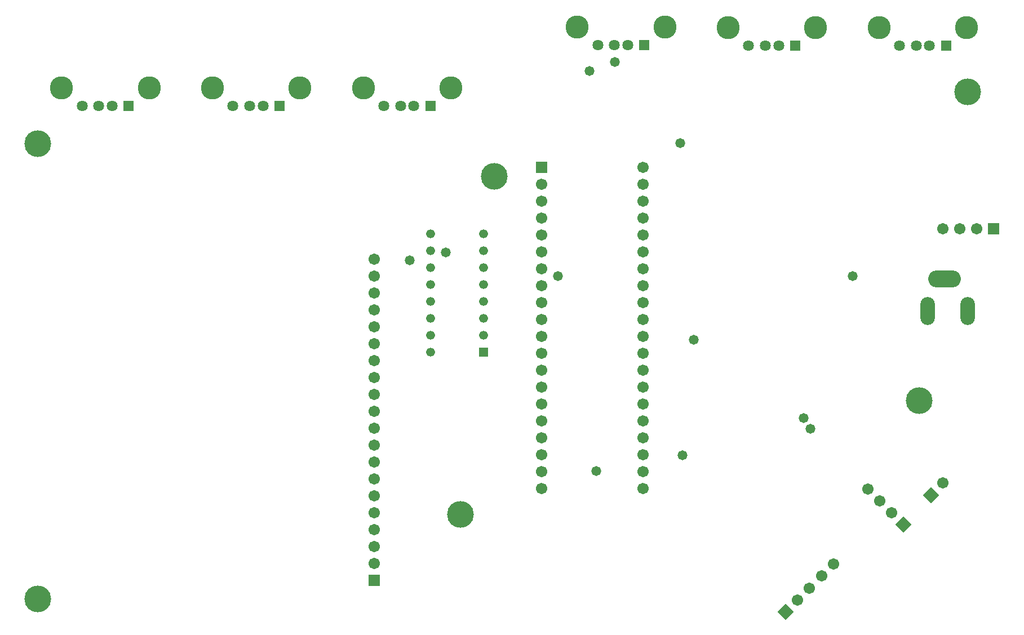
<source format=gbs>
G04*
G04 #@! TF.GenerationSoftware,Altium Limited,Altium Designer,22.1.2 (22)*
G04*
G04 Layer_Color=16711935*
%FSLAX25Y25*%
%MOIN*%
G70*
G04*
G04 #@! TF.SameCoordinates,6339715F-6F4B-4C81-9F29-0EB7974063C6*
G04*
G04*
G04 #@! TF.FilePolarity,Negative*
G04*
G01*
G75*
%ADD44C,0.06706*%
%ADD45R,0.06706X0.06706*%
%ADD46C,0.13698*%
%ADD47C,0.06422*%
%ADD48R,0.06422X0.06422*%
%ADD49R,0.06706X0.06706*%
%ADD50P,0.09483X4X90.0*%
%ADD51C,0.06700*%
%ADD52R,0.06700X0.06700*%
%ADD53R,0.05249X0.05249*%
%ADD54C,0.05249*%
%ADD55P,0.09483X4X180.0*%
%ADD56O,0.08674X0.16548*%
%ADD57O,0.19304X0.10052*%
%ADD58C,0.05800*%
%ADD59C,0.15800*%
D44*
X219000Y221000D02*
D03*
Y211000D02*
D03*
Y201000D02*
D03*
Y191000D02*
D03*
Y181000D02*
D03*
Y171000D02*
D03*
Y161000D02*
D03*
Y151000D02*
D03*
Y141000D02*
D03*
Y131000D02*
D03*
Y121000D02*
D03*
Y111000D02*
D03*
Y101000D02*
D03*
Y91000D02*
D03*
Y81000D02*
D03*
Y71000D02*
D03*
Y61000D02*
D03*
Y51000D02*
D03*
Y41000D02*
D03*
X555500Y239000D02*
D03*
X565500D02*
D03*
X575500D02*
D03*
X490642Y40642D02*
D03*
X483571Y33571D02*
D03*
X476500Y26500D02*
D03*
X469429Y19429D02*
D03*
X555399Y88571D02*
D03*
X510858Y85142D02*
D03*
X517929Y78071D02*
D03*
X525000Y71000D02*
D03*
D45*
X219000Y31000D02*
D03*
D46*
X123397Y322500D02*
D03*
X175129D02*
D03*
X212659D02*
D03*
X264391D02*
D03*
X85866D02*
D03*
X34134D02*
D03*
X569391Y358000D02*
D03*
X517659D02*
D03*
X480129D02*
D03*
X428397D02*
D03*
X390866Y358500D02*
D03*
X339134D02*
D03*
D47*
X135483Y311831D02*
D03*
X145326D02*
D03*
X153200D02*
D03*
X224746D02*
D03*
X234588D02*
D03*
X242462D02*
D03*
X63937D02*
D03*
X56063D02*
D03*
X46220D02*
D03*
X547462Y347331D02*
D03*
X539588D02*
D03*
X529746D02*
D03*
X458200D02*
D03*
X450326D02*
D03*
X440483D02*
D03*
X368937Y347831D02*
D03*
X361063D02*
D03*
X351220D02*
D03*
D48*
X163042Y311831D02*
D03*
X252305D02*
D03*
X73780D02*
D03*
X557305Y347331D02*
D03*
X468042D02*
D03*
X378780Y347831D02*
D03*
D49*
X585500Y239000D02*
D03*
D50*
X462358Y12358D02*
D03*
X548328Y81500D02*
D03*
D51*
X378000Y275500D02*
D03*
Y265500D02*
D03*
Y255500D02*
D03*
Y245500D02*
D03*
Y235500D02*
D03*
Y225500D02*
D03*
Y215500D02*
D03*
Y205500D02*
D03*
Y195500D02*
D03*
Y185500D02*
D03*
Y175500D02*
D03*
Y165500D02*
D03*
Y155500D02*
D03*
Y145500D02*
D03*
Y135500D02*
D03*
Y125500D02*
D03*
Y115500D02*
D03*
Y105500D02*
D03*
Y95500D02*
D03*
Y85500D02*
D03*
X318000D02*
D03*
Y95500D02*
D03*
Y105500D02*
D03*
Y115500D02*
D03*
Y125500D02*
D03*
Y135500D02*
D03*
Y145500D02*
D03*
Y155500D02*
D03*
Y165500D02*
D03*
Y175500D02*
D03*
Y185500D02*
D03*
Y195500D02*
D03*
Y205500D02*
D03*
Y215500D02*
D03*
Y225500D02*
D03*
Y235500D02*
D03*
Y245500D02*
D03*
Y255500D02*
D03*
Y265500D02*
D03*
D52*
Y275500D02*
D03*
D53*
X283630Y166000D02*
D03*
D54*
Y176000D02*
D03*
Y186000D02*
D03*
Y196000D02*
D03*
Y206000D02*
D03*
Y216000D02*
D03*
Y226000D02*
D03*
Y236000D02*
D03*
X252370D02*
D03*
Y226000D02*
D03*
Y216000D02*
D03*
Y206000D02*
D03*
Y196000D02*
D03*
Y186000D02*
D03*
Y176000D02*
D03*
Y166000D02*
D03*
D55*
X532071Y63929D02*
D03*
D56*
X546378Y190500D02*
D03*
X570000D02*
D03*
D57*
X556220Y209398D02*
D03*
D58*
X361457Y337595D02*
D03*
X400000Y289700D02*
D03*
X261200Y225000D02*
D03*
X346500Y332300D02*
D03*
X476900Y120600D02*
D03*
X407900Y173500D02*
D03*
X327700Y211000D02*
D03*
X502000D02*
D03*
X472900Y127000D02*
D03*
X240000Y220400D02*
D03*
X350500Y95800D02*
D03*
X401500Y105000D02*
D03*
D59*
X541500Y137500D02*
D03*
X270000Y70000D02*
D03*
X290000Y270000D02*
D03*
X20000Y20000D02*
D03*
Y289500D02*
D03*
X570000Y320000D02*
D03*
M02*

</source>
